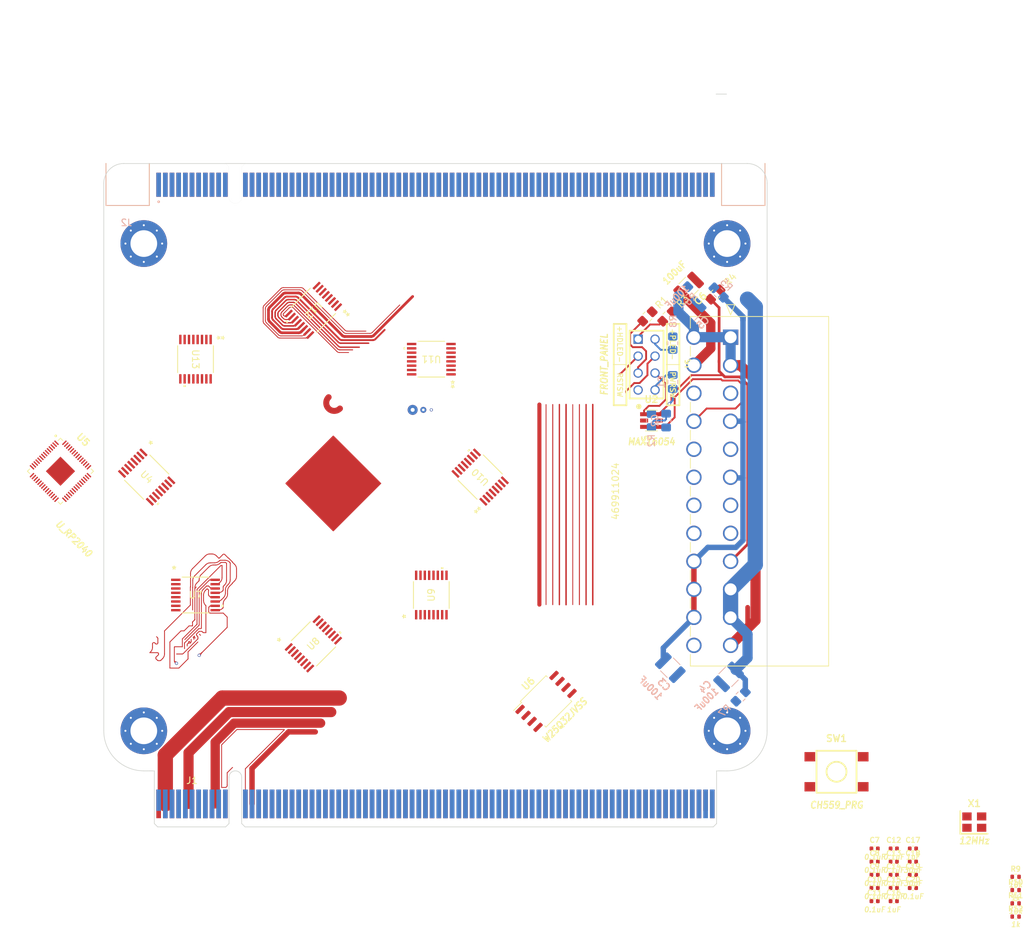
<source format=kicad_pcb>
(kicad_pcb (version 20240108) (generator "pcbnew") (generator_version "8.0")
  (layers (0 "F.Cu" signal) (31 "B.Cu" signal) (34 "B.Paste" user) (35 "F.Paste" user) (36 "B.SilkS" user "B.Silkscreen") (37 "F.SilkS" user "F.Silkscreen") (38 "B.Mask" user) (39 "F.Mask" user) (44 "Edge.Cuts" user))
  (net 0 "")
  (net 1 "/GATE")
  (net 2 "/CV")
  (net 3 "GND")
  (net 4 "+5V")
  (net 5 "+12V")
  (net 6 "-12V")
  (net 7 "+5VSB")
  (net 8 "/~{RST_SIG}")
  (net 9 "VCC")
  (net 10 "+3.3V")
  (net 12 "/~{PS_ON}")
  (net 14 "/HDD_LED-")
  (net 15 "/PWR_LED+")
  (net 16 "/HDD_LED+")
  (net 17 "/PWR_LED-")
  (net 18 "GNDA")
  (net 19 "-12VA")
  (net 20 "+12VA")
  (net 22 "/~{RST_SW}")
  (net 23 "/~{PWR_SW}")
  (net 24 "RP_3.3V")
  (net 25 "RP_1.1V")
  (net 26 "Net-(C18-Pad1)")
  (net 27 "Net-(U5-XIN)")
  (net 29 "Net-(U5-RUN)")
  (net 30 "Net-(U5-XOUT)")
  (net 31 "/QSPI_CS")
  (net 32 "/BOOTSEL")
  (net 33 "Net-(U4-S2)")
  (net 34 "Net-(U4-S5)")
  (net 36 "Net-(U4-S6)")
  (net 37 "unconnected-(U4-A0-Pad11)")
  (net 38 "Net-(U4-S0)")
  (net 39 "unconnected-(U4-A2-Pad9)")
  (net 40 "Net-(U4-S1)")
  (net 41 "Net-(U4-S4)")
  (net 43 "unconnected-(U4-A1-Pad10)")
  (net 44 "Net-(U4-S7)")
  (net 45 "Net-(U4-S3)")
  (net 46 "/QSPI_SD0")
  (net 53 "/RP_TX")
  (net 54 "/RP_RX")
  (net 55 "/QSPI_SD1")
  (net 56 "/QSPI_SCK")
  (net 57 "/QSPI_SD2")
  (net 59 "/QSPI_SD3")
  (footprint "llama_shared:X_SMD3225" (layer "F.Cu") (at 269.005 139)
    (property "Reference" "X1")
    (property "Value" "12MHz")
  )
  (footprint "Resistor_SMD:R_0805_2012Metric_Pad1.20x1.40mm_HandSolder" (layer "F.Cu") (at 223.005 63.2 -135)
    (property "Reference" "R3")
    (property "Value" "330")
  )
  (footprint "AT-Footprints:TSSOP16_PW_TEX" (layer "F.Cu") (at 152.24966 104.95534)
    (property "Reference" "U7")
    (property "Value" "TMUX4051PWR")
  )
  (footprint "llama_shared:H_ATX_PERF" (layer "F.Cu") (at 144.499713 52.267213)
    (property "Reference" "H5" (hide yes))
    (property "Value" "H_HOLE" (hide yes))
  )
  (footprint "AT-Footprints:TSSOP16_PW_TEX" (layer "F.Cu") (at 187.605 104.95534 90)
    (property "Reference" "U9")
    (property "Value" "TMUX4051PWR")
  )
  (footprint "llama_shared:C_0402_1005Metric" (layer "F.Cu") (at 256.935 148.88)
    (property "Reference" "C15")
    (property "Value" "0.1uF")
  )
  (footprint "llama_shared:U_QFN40P700X700X90-57N" (layer "F.Cu") (at 132.005 86.4 -45)
    (property "Reference" "U5")
    (property "Value" "U_RP2040")
  )
  (footprint "llama_shared:R_0402_1005Metric" (layer "F.Cu") (at 275.205 153.17)
    (property "Reference" "R12")
    (property "Value" "1k")
  )
  (footprint "llama_shared:C_0402_1005Metric" (layer "F.Cu") (at 254.065 150.85)
    (property "Reference" "C11")
    (property "Value" "0.1uF")
  )
  (footprint "llama_shared:H_ATX_PERF" (layer "F.Cu") (at 231.949713 52.267213)
    (property "Reference" "H6" (hide yes))
    (property "Value" "H_HOLE" (hide yes))
  )
  (footprint "llama_shared:H_ATX_PERF" (layer "F.Cu") (at 231.949713 125.317213)
    (property "Reference" "H8" (hide yes))
    (property "Value" "H_HOLE" (hide yes))
  )
  (footprint "AT-Footprints:TSSOP16_PW_TEX" (layer "F.Cu") (at 144.92733 87.27767 -45)
    (property "Reference" "U4")
    (property "Value" "TMUX4051PWR")
  )
  (footprint "llama_shared:C_1210_3225Metric" (layer "F.Cu") (at 226.179517 58.767983 -135)
    (property "Reference" "C6")
    (property "Value" "100uF")
  )
  (footprint "llama_shared:C_0402_1005Metric" (layer "F.Cu") (at 256.935 144.94)
    (property "Reference" "C13")
    (property "Value" "0.1uF")
  )
  (footprint "Resistor_SMD:R_0805_2012Metric_Pad1.20x1.40mm_HandSolder" (layer "F.Cu") (at 220.005 63.2 -135)
    (property "Reference" "R1")
    (property "Value" "10k")
  )
  (footprint "llama_shared:SW_B3FS-1010" (layer "F.Cu") (at 248.35 131.452)
    (property "Reference" "SW1")
    (property "Value" "CH559_PRG")
  )
  (footprint "llama_shared:R_0402_1005Metric" (layer "F.Cu") (at 275.205 147.2)
    (property "Reference" "R9")
    (property "Value" "10k")
  )
  (footprint "llama_shared:P_CONN_PANEL" (layer "F.Cu") (at 219.875 70.41 -90)
    (property "Reference" "J6")
    (property "Value" "FRONT_PANEL")
  )
  (footprint "llama_shared:U_SOIC-8_5.23x5.23mm_P1.27mm" (layer "F.Cu") (at 204.799597 120.903428 45)
    (property "Reference" "U6")
    (property "Value" "W25Q32JVSS")
  )
  (footprint "llama_shared:C_0402_1005Metric" (layer "F.Cu") (at 254.065 148.88)
    (property "Reference" "C10")
    (property "Value" "0.1uF")
  )
  (footprint "llama_shared:C_0402_1005Metric" (layer "F.Cu") (at 256.935 142.97)
    (property "Reference" "C12")
    (property "Value" "0.1uF")
  )
  (footprint "Resistor_SMD:R_0805_2012Metric_Pad1.20x1.40mm_HandSolder" (layer "F.Cu") (at 230.179607 59.9 45)
    (property "Reference" "R4")
    (property "Value" "470")
  )
  (footprint "llama_shared:C_0402_1005Metric" (layer "F.Cu") (at 259.805 146.91)
    (property "Reference" "C19")
    (property "Value" "30pF")
  )
  (footprint "llama_shared:C_0402_1005Metric" (layer "F.Cu") (at 254.065 144.94)
    (property "Reference" "C8")
    (property "Value" "0.1uF")
  )
  (footprint "llama_shared:C_0402_1005Metric" (layer "F.Cu") (at 259.805 148.88)
    (property "Reference" "C20")
    (property "Value" "0.1uF")
  )
  (footprint "AT-Footprints:TSSOP16_PW_TEX" (layer "F.Cu") (at 194.92733 87.27767 135)
    (property "Reference" "U10")
    (property "Value" "TMUX4051PWR")
  )
  (footprint "llama_shared:C_0402_1005Metric" (layer "F.Cu") (at 256.935 146.91)
    (property "Reference" "C14")
    (property "Value" "0.1uF")
  )
  (footprint "llama_shared:R_0402_1005Metric" (layer "F.Cu") (at 275.205 149.19)
    (property "Reference" "R10")
    (property "Value" "1k")
  )
  (footprint "llama_shared:R_0402_1005Metric" (layer "F.Cu") (at 275.205 151.18)
    (property "Reference" "R11")
    (property "Value" "10k")
  )
  (footprint "AT-Footprints:TSSOP16_PW_TEX" (layer "F.Cu") (at 169.92733 62.27767 -135)
    (property "Reference" "U12")
    (property "Value" "TMUX4051PWR")
  )
  (footprint "ATX:ATX_24_RIGHT_ANGLE_MOLEX_469911024" (layer "F.Cu") (at 232.4725 66.304002 90)
    (property "Reference" "J5")
    (property "Value" "ATX_POWER")
  )
  (footprint "llama_shared:C_0402_1005Metric" (layer "F.Cu") (at 254.065 142.97)
    (property "Reference" "C7")
    (property "Value" "0.1uF")
  )
  (footprint "AT-Footprints:TSSOP16_PW_TEX" (layer "F.Cu") (at 187.605 69.6 180)
    (property "Reference" "U11")
    (property "Value" "TMUX4051PWR")
  )
  (footprint "AT-Footprints:TSSOP16_PW_TEX" (layer "F.Cu") (at 169.92733 112.27767 45)
    (property "Reference" "U8")
    (property "Value" "TMUX4051PWR")
  )
  (footprint "AT-Footprints:TSSOP16_PW_TEX" (layer "F.Cu") (at 152.24966 69.6 -90)
    (property "Reference" "U13")
    (property "Value" "TMUX4051PWR")
  )
  (footprint "llama_shared:U_TSOT-23-6" (layer "F.Cu") (at 220.605 78.8)
    (property "Reference" "U2")
    (property "Value" "MAX16054")
  )
  (footprint "AT-Footprints:BUS_EUROexpress" (layer "F.Cu") (at 146.724713 136.267213)
    (property "Reference" "J1")
    (property "Value" "EURO_EXPRESS")
    (fp_line (start -0.65 -4.95) (end -0.65 2.95) (stroke (width 0.1)) (layer "Edge.Cuts"))
    (fp_line (start -0.65 2.95) (end -0.15 3.45) (stroke (width 0.1)) (layer "Edge.Cuts"))
    (fp_line (start -0.15 3.45) (end 10.05 3.45) (stroke (width 0.1)) (layer "Edge.Cuts"))
    (fp_line (start 10.55 -4) (end 10.55 2.95) (stroke (width 0.1)) (layer "Edge.Cuts"))
    (fp_line (start 10.55 2.95) (end 10.05 3.45) (stroke (width 0.1)) (layer "Edge.Cuts"))
    (fp_line (start 12.45 -4) (end 12.45 2.95) (stroke (width 0.1)) (layer "Edge.Cuts"))
    (fp_line (start 12.45 2.95) (end 12.95 3.45) (stroke (width 0.1)) (layer "Edge.Cuts"))
    (fp_line (start 12.95 3.45) (end 83.15 3.45) (stroke (width 0.1)) (layer "Edge.Cuts"))
    (fp_line (start 83.65 -4.95) (end 83.65 2.95) (stroke (width 0.1)) (layer "Edge.Cuts"))
    (fp_line (start 83.65 2.95) (end 83.15 3.45) (stroke (width 0.1)) (layer "Edge.Cuts"))
    (fp_arc (start 10.55 -4) (mid 11.5 -4.95) (end 12.45 -4) (stroke (width 0.1)) (layer "Edge.Cuts"))
  )
  (footprint "llama_shared:C_0402_1005Metric" (layer "F.Cu") (at 259.805 142.97)
    (property "Reference" "C17")
    (property "Value" "1uF")
  )
  (footprint "llama_shared:C_0402_1005Metric" (layer "F.Cu") (at 259.805 144.94)
    (property "Reference" "C18")
    (property "Value" "30pF")
  )
  (footprint "llama_shared:H_ATX_PERF" (layer "F.Cu") (at 144.499713 125.317213 45)
    (property "Reference" "H7" (hide yes))
    (property "Value" "H_HOLE" (hide yes))
  )
  (footprint "llama_shared:C_0402_1005Metric" (layer "F.Cu") (at 256.935 150.85)
    (property "Reference" "C16")
    (property "Value" "1uF")
  )
  (footprint "llama_shared:C_0402_1005Metric" (layer "F.Cu") (at 254.065 146.91)
    (property "Reference" "C9")
    (property "Value" "0.1uF")
  )
  (footprint "llama_shared:C_1210_3225Metric" (layer "B.Cu") (at 223.429517 115.857017 -45)
    (property "Reference" "C3")
    (property "Value" "100uF")
  )
  (footprint "Resistor_SMD:R_0805_2012Metric_Pad1.20x1.40mm_HandSolder" (layer "B.Cu") (at 230.679607 59.607107 135)
    (property "Reference" "R5")
    (property "Value" "470")
  )
  (footprint "llama_shared:C_1210_3225Metric" (layer "B.Cu") (at 226.5625 62.37 45)
    (property "Reference" "C5")
    (property "Value" "100uF")
  )
  (footprint "AT-Footprints:AMPHENOL_10025026-10103TLF" (layer "B.Cu") (at 188.225 40.25)
    (property "Reference" "J2")
    (property "Value" "10025026-10103TLF")
    (fp_line (start -31.475 0) (end -28.525 0) (stroke (width 0.01)) (layer "Edge.Cuts"))
    (fp_line (start -30.975 0.5) (end -31.475 0) (stroke (width 0.01)) (layer "Edge.Cuts"))
    (fp_line (start -30.975 5.025) (end -30.975 0.5) (stroke (width 0.01)) (layer "Edge.Cuts"))
    (fp_line (start -29.025 0.5) (end -29.025 5.025) (stroke (width 0.01)) (layer "Edge.Cuts"))
    (fp_line (start -28.525 0) (end -29.025 0.5) (stroke (width 0.01)) (layer "Edge.Cuts"))
    (fp_arc (start -30 6) (mid -30.689429 5.714429) (end -30.975 5.025) (stroke (width 0.01)) (layer "Edge.Cuts"))
    (fp_arc (start -29.025 5.025) (mid -29.310571 5.714429) (end -30 6) (stroke (width 0.01)) (layer "Edge.Cuts"))
  )
  (footprint "Capacitor_SMD:C_0805_2012Metric_Pad1.18x1.45mm_HandSolder" (layer "B.Cu") (at 223.805 73 -90)
    (property "Reference" "C1")
    (property "Value" "0.1uF")
  )
  (footprint "Resistor_SMD:R_0805_2012Metric_Pad1.20x1.40mm_HandSolder" (layer "B.Cu") (at 225.3525 59.43 45)
    (property "Reference" "R6")
    (property "Value" "470")
  )
  (footprint "Resistor_SMD:R_0805_2012Metric_Pad1.20x1.40mm_HandSolder" (layer "B.Cu") (at 220.605 78.8 90)
    (property "Reference" "R2")
    (property "Value" "470")
  )
  (footprint "llama_shared:C_1210_3225Metric" (layer "B.Cu") (at 232.165393 117.225615 -135)
    (property "Reference" "C4")
    (property "Value" "100uF")
  )
  (footprint "Resistor_SMD:R_0805_2012Metric_Pad1.20x1.40mm_HandSolder" (layer "B.Cu") (at 233.9725 120.171491 -135)
    (property "Reference" "R7")
    (property "Value" "470")
  )
  (footprint "Resistor_SMD:R_0805_2012Metric_Pad1.20x1.40mm_HandSolder" (layer "B.Cu") (at 223.805 67.2 -90)
    (property "Reference" "R8")
    (property "Value" "330")
  )
  (footprint "Capacitor_SMD:C_0805_2012Metric_Pad1.18x1.45mm_HandSolder" (layer "B.Cu") (at 222.805 78.8 -90)
    (property "Reference" "C2")
    (property "Value" "10uF")
  )
  (gr_poly (pts (xy 165.833932 88.228932) (xy 172.905 81.157864) (xy 179.976068 88.228932) (xy 172.905 95.3)) (stroke (width 0.2)) (fill solid) (layer "F.Cu"))
  (gr_arc (start 173.902058 77) (mid 172.204999 77.000001) (end 172.204998 75.302943) (stroke (width 0.9)) (layer "F.Cu"))
  (gr_arc (start 237.94992 125.317212) (mid 236.1925 129.56) (end 231.949712 131.31742) (stroke (width 0.1)) (layer "Edge.Cuts"))
  (gr_arc (start 144.499714 131.31742) (mid 140.256926 129.56) (end 138.499506 125.317212) (stroke (width 0.1)) (layer "Edge.Cuts"))
  (gr_line (start 146.074713 131.317213) (end 144.499714 131.31742) (stroke (width 0.1)) (layer "Edge.Cuts"))
  (gr_line (start 138.499506 125.317212) (end 138.499311 43.250213) (stroke (width 0.1)) (layer "Edge.Cuts"))
  (gr_line (start 230.2925 29.86) (end 231.867499 29.86022) (stroke (width 0.1)) (layer "Edge.Cuts"))
  (gr_arc (start 234.966545 40.266811) (mid 237.076129 41.140629) (end 237.949947 43.250213) (stroke (width 0.1)) (layer "Edge.Cuts"))
  (gr_line (start 230.374713 131.317213) (end 231.949712 131.317433) (stroke (width 0.1)) (layer "Edge.Cuts"))
  (gr_arc (start 138.499311 43.250213) (mid 139.373129 41.140629) (end 141.482713 40.266811) (stroke (width 0.1)) (layer "Edge.Cuts"))
  (gr_line (start 141.482713 40.266811) (end 234.966545 40.266811) (stroke (width 0.1)) (layer "Edge.Cuts"))
  (gr_line (start 237.949947 43.250213) (end 237.94992 125.317212) (stroke (width 0.1)) (layer "Edge.Cuts"))
  (segment (start 159.724713 136.267213) (end 159.724713 131.003305) (width 0.127) (layer "F.Cu") (net 0))
  (segment (start 209.805 76.4) (end 209.805 106.4) (width 0.1524) (layer "F.Cu") (net 0))
  (segment (start 165.566509 125.161509) (end 165.5325 125.1275) (width 0.127) (layer "F.Cu") (net 0))
  (segment (start 203.805 106.4) (end 203.805 76.4) (width 0.6096) (layer "F.Cu") (net 0))
  (segment (start 152.078 111.127) (end 152.078 111.190157) (width 0.127) (layer "F.Cu") (net 0))
  (segment (start 156.167 133.8) (end 156.805 133.8) (width 0.127) (layer "F.Cu") (net 0))
  (segment (start 151.405 112.2) (end 151.546422 112.058578) (width 0.127) (layer "F.Cu") (net 0))
  (segment (start 204.805 106.4) (end 204.805 76.4) (width 0.127) (layer "F.Cu") (net 0))
  (segment (start 151.205 112.2) (end 151.205 112.082843) (width 0.127) (layer "F.Cu") (net 0))
  (segment (start 211.805 106.4) (end 211.805 76.4) (width 0.2286) (layer "F.Cu") (net 0))
  (segment (start 205.805 76.4) (end 205.805 106.4) (width 0.1524) (layer "F.Cu") (net 0))
  (segment (start 151.405 112.082843) (end 151.405 112.2) (width 0.127) (layer "F.Cu") (net 0))
  (segment (start 157.005 133.6) (end 157.005 133.4) (width 0.127) (layer "F.Cu") (net 0))
  (segment (start 153.005 111) (end 152.836224 110.831224) (width 0.127) (layer "F.Cu") (net 0))
  (segment (start 165.5325 125.1275) (end 158.605 125.1275) (width 0.127) (layer "F.Cu") (net 0))
  (segment (start 158.453471 125.1275) (end 156.292985 127.287986) (width 0.127) (layer "F.Cu") (net 0))
  (segment (start 156.292985 127.287986) (end 156.167 127.413971) (width 0.127) (layer "F.Cu") (net 0))
  (segment (start 151.905 111.3) (end 152.078 111.127) (width 0.127) (layer "F.Cu") (net 0))
  (segment (start 151.263579 111.941421) (end 151.305 111.9) (width 0.127) (layer "F.Cu") (net 0))
  (segment (start 160.766509 129.961509) (end 165.566509 125.161509) (width 0.127) (layer "F.Cu") (net 0))
  (segment (start 210.805 76.4) (end 210.805 106.4) (width 0.2032) (layer "F.Cu") (net 0))
  (segment (start 151.005 112.6) (end 151.005 112.4) (width 0.127) (layer "F.Cu") (net 0))
  (segment (start 206.805 76.4) (end 206.805 106.4) (width 0.2032) (layer "F.Cu") (net 0))
  (segment (start 151.605 111.6) (end 151.605 111.917157) (width 0.127) (layer "F.Cu") (net 0))
  (segment (start 157.005 131.6) (end 157.805 130.8) (width 0.127) (layer "F.Cu") (net 0))
  (segment (start 156.167 127.413971) (end 156.167 133.8) (width 0.127) (layer "F.Cu") (net 0))
  (segment (start 152.136579 111.331579) (end 152.205 111.4) (width 0.127) (layer "F.Cu") (net 0))
  (segment (start 156.805 133.8) (end 157.005 133.6) (width 0.127) (layer "F.Cu") (net 0))
  (segment (start 151.946421 111.341421) (end 151.905 111.3) (width 0.127) (layer "F.Cu") (net 0))
  (segment (start 151.305 111.9) (end 151.346422 111.941422) (width 0.127) (layer "F.Cu") (net 0))
  (segment (start 207.805 106.4) (end 207.805 76.4) (width 0.2286) (layer "F.Cu") (net 0))
  (segment (start 159.724713 131.003305) (end 160.766509 129.961509) (width 0.127) (layer "F.Cu") (net 0))
  (segment (start 151.205 112.2) (end 151.205 112.2) (width 0.127) (layer "F.Cu") (net 0))
  (segment (start 152.005 111.6) (end 152.005 111.482843) (width 0.127) (layer "F.Cu") (net 0))
  (segment (start 158.605 125.1275) (end 158.453471 125.1275) (width 0.127) (layer "F.Cu") (net 0))
  (segment (start 157.005 133.4) (end 157.005 131.6) (width 0.127) (layer "F.Cu") (net 0))
  (segment (start 208.805 106.4) (end 208.805 76.4) (width 0.127) (layer "F.Cu") (net 0))
  (via (at 187.605 77.2) (size 0.46) (drill 0.3) (layers "F.Cu" "B.Cu") (net 0))
  (via (at 184.805 77.2) (size 1.5) (drill 0.6) (layers "F.Cu" "B.Cu") (net 0))
  (via (at 186.405 77.2) (size 0.9) (drill 0.4) (layers "F.Cu" "B.Cu") (net 0))
  (arc (start 151.346422 111.941422) (mid 151.389776 112.006307) (end 151.405 112.082843) (width 0.127) (layer "F.Cu") (net 0))
  (arc (start 152.078 111.190157) (mid 152.093224 111.266694) (end 152.136579 111.331579) (width 0.127) (layer "F.Cu") (net 0))
  (arc (start 151.005 112.4) (mid 151.063579 112.258579) (end 151.205 112.2) (width 0.127) (layer "F.Cu") (net 0))
  (arc (start 152.005 111.482843) (mid 151.989776 111.406306) (end 151.946421 111.341421) (width 0.127) (layer "F.Cu") (net 0))
  (arc (start 151.263579 111.941421) (mid 151.220224 112.006306) (end 151.205 112.082843) (width 0.127) (layer "F.Cu") (net 0))
  (arc (start 151.546422 112.058578) (mid 151.589776 111.993693) (end 151.605 111.917157) (width 0.127) (layer "F.Cu") (net 0))
  (segment (start 166.205 125.4704) (end 170.205 125.4704) (width 0.8128) (layer "F.Cu") (net 3))
  (segment (start 160.724713 136.267213) (end 160.724713 130.950687) (width 0.8128) (layer "F.Cu") (net 3))
  (segment (start 160.724713 130.950687) (end 166.205 125.4704) (width 0.8128) (layer "F.Cu") (net 3))
  (segment (start 221.145 73.66) (end 221.145 74.22) (width 0.2794) (layer "B.Cu") (net 3))
  (segment (start 223.805 71.9625) (end 222.8425 71.9625) (width 0.2794) (layer "B.Cu") (net 3))
  (segment (start 222.8425 71.9625) (end 221.145 73.66) (width 0.2794) (layer "B.Cu") (net 3))
  (segment (start 155.205 136.267213) (end 155.205 127.015497) (width 1.397) (layer "F.Cu") (net 4))
  (segment (start 158.054997 124.1655) (end 171.005 124.1655) (width 1.397) (layer "F.Cu") (net 4))
  (segment (start 155.205 127.015497) (end 158.054997 124.1655) (width 1.397) (layer "F.Cu") (net 4))
  (segment (start 151.205 136.267213) (end 151.205 128.6) (width 1.524) (layer "F.Cu") (net 5))
  (segment (start 151.205 128.6) (end 157.3 122.505) (width 1.524) (layer "F.Cu") (net 5))
  (segment (start 150.724713 131.980287) (end 150.805 131.9) (width 0.127) (layer "F.Cu") (net 5))
  (segment (start 157.3 122.505) (end 172.605 122.505) (width 1.524) (layer "F.Cu") (net 5))
  (segment (start 234.679607 117.653863) (end 232.697235 115.671491) (width 0.8128) (layer "B.Cu") (net 5))
  (segment (start 232.697235 115.671491) (end 232.515483 115.671491) (width 0.8128) (layer "B.Cu") (net 5))
  (segment (start 232.4725 108.303992) (end 232.4725 104.103992) (width 2.286) (layer "B.Cu") (net 5))
  (segment (start 234.679607 119.464384) (end 234.679607 117.653863) (width 0.8128) (layer "B.Cu") (net 5))
  (segment (start 233.208376 116.182632) (end 235.015483 114.375525) (width 1.524) (layer "B.Cu") (net 5))
  (segment (start 235.015483 114.375525) (end 235.015483 110.846975) (width 1.524) (layer "B.Cu") (net 5))
  (segment (start 236.1725 100.403992) (end 236.1725 61.7675) (width 2.286) (layer "B.Cu") (net 5))
  (segment (start 232.4725 104.103992) (end 236.1725 100.403992) (width 2.286) (layer "B.Cu") (net 5))
  (segment (start 235.015483 110.846975) (end 232.4725 108.303992) (width 1.524) (layer "B.Cu") (net 5))
  (segment (start 236.1725 61.7675) (end 235.005 60.6) (width 2.286) (layer "B.Cu") (net 5))
  (segment (start 156.265963 120.4) (end 173.805 120.4) (width 2.286) (layer "F.Cu") (net 6))
  (segment (start 147.724713 128.94125) (end 156.265963 120.4) (width 2.286) (layer "F.Cu") (net 6))
  (segment (start 147.724713 136.267213) (end 147.724713 128.94125) (width 2.286) (layer "F.Cu") (net 6))
  (segment (start 225.136534 59.810966) (end 229.4975 64.171932) (width 1.397) (layer "F.Cu") (net 6))
  (segment (start 229.4975 64.171932) (end 229.4975 67.979002) (width 1.397) (layer "F.Cu") (net 6))
  (segment (start 229.4975 67.979002) (end 226.972501 70.504001) (width 1.397) (layer "F.Cu") (net 6))
  (segment (start 231.605 72.2571) (end 231.3479 72) (width 0.2794) (layer "F.Cu") (net 7))
  (segment (start 235.0398 97.336696) (end 232.4725 99.903996) (width 0.4064) (layer "F.Cu") (net 7))
  (segment (start 229.4725 60.607107) (end 230.7516 61.886207) (width 0.4064) (layer "F.Cu") (net 7))
  (segment (start 223.28 76.275) (end 221.705 77.85) (width 0.2794) (layer "F.Cu") (net 7))
  (segment (start 230.7516 61.886207) (end 230.7516 70.078007) (width 0.4064) (layer "F.Cu") (net 7))
  (segment (start 231.605 72.2571) (end 230.7516 71.4037) (width 0.4064) (layer "F.Cu") (net 7))
  (segment (start 231.3479 72) (end 226.605 72) (width 0.2794) (layer "F.Cu") (net 7))
  (segment (start 235.0398 73.4348) (end 235.0398 97.336696) (width 0.4064) (layer "F.Cu") (net 7))
  (segment (start 230.7516 71.4037) (end 230.7516 69.8) (width 0.4064) (layer "F.Cu") (net 7))
  (segment (start 232.4725 99.903996) (end 231.508996 99.903996) (width 0.4064) (layer "F.Cu") (net 7))
  (segment (start 223.605 75) (end 223.605 75.95) (width 0.2794) (layer "F.Cu") (net 7))
  (segment (start 231.605 72.2571) (end 233.8621 72.2571) (width 0.4064) (layer "F.Cu") (net 7))
  (segment (start 233.8621 72.2571) (end 235.0398 73.4348) (width 0.4064) (layer "F.Cu") (net 7))
  (segment (start 226.605 72) (end 223.605 75) (width 0.2794) (layer "F.Cu") (net 7))
  (segment (start 223.605 75.95) (end 223.28 76.275) (width 0.2794) (layer "F.Cu") (net 7))
  (via (at 223.28 76.275) (size 0.46) (drill 0.3) (layers "F.Cu" "B.Cu") (net 7))
  (segment (start 223.805 74.0375) (end 223.805 75.75) (width 0.2794) (layer "B.Cu") (net 7))
  (segment (start 223.33 76.275) (end 223.605 76) (width 0.2794) (layer "B.Cu") (net 7))
  (segment (start 223.28 76.275) (end 223.33 76.275) (width 0.2794) (layer "B.Cu") (net 7))
  (segment (start 223.805 75.75) (end 223.28 76.275) (width 0.2794) (layer "B.Cu") (net 7))
  (segment (start 222.805 78.6) (end 222.605 78.8) (width 0.2794) (layer "B.Cu") (net 8))
  (segment (start 220.605 79.2) (end 220.605 79.8) (width 0.2794) (layer "B.Cu") (net 8))
  (segment (start 221.005 78.8) (end 220.605 79.2) (width 0.2794) (layer "B.Cu") (net 8))
  (segment (start 222.805 77.7625) (end 222.805 78.6) (width 0.2794) (layer "B.Cu") (net 8))
  (segment (start 222.605 78.8) (end 221.005 78.8) (width 0.2794) (layer "B.Cu") (net 8))
  (segment (start 226.972501 108.303992) (end 226.972501 104.103992) (width 0.8128) (layer "F.Cu") (net 9))
  (segment (start 226.972501 99.903996) (end 227.175611 99.903996) (width 0.8128) (layer "F.Cu") (net 9))
  (segment (start 226.972501 104.103992) (end 226.972501 99.903996) (width 0.8128) (layer "F.Cu") (net 9))
  (segment (start 232.4725 78.904) (end 232.4765 78.9) (width 0.8128) (layer "B.Cu") (net 9))
  (segment (start 234.229607 78.9) (end 234.329607 79) (width 0.8128) (layer "B.Cu") (net 9))
  (segment (start 232.4765 78.9) (end 234.229607 78.9) (width 0.8128) (layer "B.Cu") (net 9))
  (segment (start 234.329607 63.257107) (end 233.53875 62.46625) (width 0.8128) (layer "B.Cu") (net 9))
  (segment (start 234.329607 63.8) (end 234.329607 63.257107) (width 0.8128) (layer "B.Cu") (net 9))
  (segment (start 233.257517 97.815997) (end 234.329607 96.743907) (width 0.8128) (layer "B.Cu") (net 9))
  (segment (start 232.568502 87.4) (end 234.329607 87.4) (width 0.8128) (layer "B.Cu") (net 9))
  (segment (start 222.386534 114.814034) (end 222.386534 112.889959) (width 0.8128) (layer "B.Cu") (net 9))
  (segment (start 234.329607 63.257107) (end 231.386714 60.314214) (width 0.8128) (layer "B.Cu") (net 9))
  (segment (start 229.0605 97.815997) (end 233.257517 97.815997) (width 0.8128) (layer "B.Cu") (net 9))
  (segment (start 234.329607 96.743907) (end 234.329607 79) (width 0.8128) (layer "B.Cu") (net 9))
  (segment (start 226.972501 99.903996) (end 229.0605 97.815997) (width 0.8128) (layer "B.Cu") (net 9))
  (segment (start 222.386534 112.889959) (end 226.972501 108.303992) (width 0.8128) (layer "B.Cu") (net 9))
  (segment (start 232.4725 87.303998) (end 232.568502 87.4) (width 0.8128) (layer "B.Cu") (net 9))
  (segment (start 234.329607 79) (end 234.329607 63.257107) (width 0.8128) (layer "B.Cu") (net 9))
  (segment (start 232.4725 112.503991) (end 235.029607 109.946884) (width 0.7112) (layer "F.Cu") (net 10))
  (segment (start 233.909001 70.504001) (end 236.205 72.8) (width 1.524) (layer "F.Cu") (net 10))
  (segment (start 236.205 108.771491) (end 232.4725 112.503991) (width 1.524) (layer "F.Cu") (net 10))
  (segment (start 232.4725 70.504001) (end 233.909001 70.504001) (width 1.524) (layer "F.Cu") (net 10))
  (segment (start 235.029607 109.946884) (end 235.029607 106.8) (width 0.7112) (layer "F.Cu") (net 10))
  (segment (start 236.205 72.8) (end 236.205 108.771491) (width 1.524) (layer "F.Cu") (net 10))
  (segment (start 224.645393 62.538859) (end 224.645393 60.137107) (width 1.524) (layer "B.Cu") (net 10))
  (segment (start 232.4725 70.504001) (end 232.4725 66.304002) (width 1.524) (layer "B.Cu") (net 10))
  (segment (start 225.519517 63.412983) (end 224.645393 62.538859) (width 1.524) (layer "B.Cu") (net 10))
  (segment (start 226.972501 64.865967) (end 225.519517 63.412983) (width 1.524) (layer "B.Cu") (net 10))
  (segment (start 226.972501 66.304002) (end 232.4725 66.304002) (width 1.524) (layer "B.Cu") (net 10))
  (segment (start 226.972501 66.304002) (end 226.972501 64.865967) (width 1.524) (layer "B.Cu") (net 10))
  (segment (start 226.805 72.6) (end 224.0844 75.3206) (width 0.2794) (layer "F.Cu") (net 12))
  (segment (start 224.0844 78.3206) (end 222.655 79.75) (width 0.2794) (layer "F.Cu") (net 12))
  (segment (start 233.605 72.8) (end 231.237223 72.8) (width 0.2794) (layer "F.Cu") (net 12))
  (segment (start 234.405 75.8) (end 234.405 73.6) (width 0.2794) (layer "F.Cu") (net 12))
  (segment (start 224.0844 75.3206) (end 224.0844 78.3206) (width 0.2794) (layer "F.Cu") (net 12))
  (segment (start 231.237223 72.8) (end 231.037223 72.6) (width 0.2794) (layer "F.Cu") (net 12))
  (segment (start 228.876501 77) (end 233.205 77) (width 0.2794) (layer "F.Cu") (net 12))
  (segment (start 231.037223 72.6) (end 226.805 72.6) (width 0.2794) (layer "F.Cu") (net 12))
  (segment (start 234.405 73.6) (end 233.605 72.8) (width 0.2794) (layer "F.Cu") (net 12))
  (segment (start 226.972501 78.904) (end 228.876501 77) (width 0.2794) (layer "F.Cu") (net 12))
  (segment (start 222.655 79.75) (end 221.705 79.75) (width 0.2794) (layer "F.Cu") (net 12))
  (segment (start 233.205 77) (end 234.405 75.8) (width 0.2794) (layer "F.Cu") (net 12))
  (segment (start 215.945 71.8) (end 215.805 71.8) (width 0.2794) (layer "F.Cu") (net 14))
  (segment (start 218.605 69.14) (end 215.945 71.8) (width 0.2794) (layer "F.Cu") (net 14))
  (segment (start 221.145 66.6) (end 221.145 67.34) (width 0.2794) (layer "B.Cu") (net 15))
  (segment (start 221.145 67.34) (end 222.005 68.2) (width 0.2794) (layer "B.Cu") (net 15))
  (segment (start 222.005 68.2) (end 223.805 68.2) (width 0.2794) (layer "B.Cu") (net 15))
  (segment (start 222.297893 63.907107) (end 221.805 64.4) (width 0.2794) (layer "F.Cu") (net 16))
  (segment (start 221.805 64.4) (end 220.405 64.4) (width 0.2794) (layer "F.Cu") (net 16))
  (segment (start 218.605 66.2) (end 218.605 66.6) (width 0.2794) (layer "F.Cu") (net 16))
  (segment (start 220.405 64.4) (end 218.605 66.2) (width 0.2794) (layer "F.Cu") (net 16))
  (segment (start 218.8232 73.1818) (end 218.0232 73.1818) (width 0.2794) (layer "F.Cu") (net 17))
  (segment (start 220.005 72) (end 218.8232 73.1818) (width 0.2794) (layer "F.Cu") (net 17))
  (segment (start 218.0232 73.1818) (end 216.805 74.4) (width 0.2794) (layer "F.Cu") (net 17))
  (segment (start 220.005 70.28) (end 220.005 72) (width 0.2794) (layer "F.Cu") (net 17))
  (segment (start 216.805 74.4) (end 216.805 74.6) (width 0.2794) (layer "F.Cu") (net 17))
  (segment (start 221.145 69.14) (end 220.005 70.28) (width 0.2794) (layer "F.Cu") (net 17))
  (segment (start 175.012107 65.4) (end 177.805 65.4) (width 0.127) (layer "F.Cu") (net 20))
  (segment (start 169.448054 65.974213) (end 169.13251 66.289757) (width 0.127) (layer "F.Cu") (net 20))
  (segment (start 168.778957 66.436203) (end 164.913148 66.436203) (width 0.127) (layer "F.Cu") (net 20))
  (segment (start 152.805 104.245949) (end 152.805 109.433683) (width 0.127) (layer "F.Cu") (net 20))
  (segment (start 164.559594 66.289756) (end 162.544946 64.275108) (width 0.127) (layer "F.Cu") (net 20))
  (segment (start 168.427447 59.022447) (end 174.658554 65.253554) (width 0.127) (layer "F.Cu") (net 20))
  (segment (start 162.3985 63.921555) (end 162.3985 61.878445) (width 0.127) (layer "F.Cu") (net 20))
  (segment (start 162.544947 61.524891) (end 165.047392 59.022446) (width 0.127) (layer "F.Cu") (net 20))
  (segment (start 155.20241 102.680389) (end 154.411981 102.680389) (width 0.127) (layer "F.Cu") (net 20))
  (segment (start 165.400945 58.876) (end 168.073893 58.876) (width 0.127) (layer "F.Cu") (net 20))
  (segment (start 152.77571 109.504394) (end 150.642552 111.637552) (width 0.127) (layer "F.Cu") (net 20))
  (segment (start 154.34127 102.709679) (end 152.805 104.245949) (width 0.127) (layer "F.Cu") (net 20))
  (arc (start 164.559594 66.289756) (mid 164.721806 66.398143) (end 164.913148 66.436203) (width 0.127) (layer "F.Cu") (net 20))
  (arc (start 162.3985 63.921555) (mid 162.43656 64.112896) (end 162.544946 64.275108) (width 0.127) (layer "F.Cu") (net 20))
  (arc (start 168.427447 59.022447) (mid 168.265235 58.91406) (end 168.073893 58.876) (width 0.127) (layer "F.Cu") (net 20))
  (arc (start 165.400945 58.876) (mid 165.209604 58.91406) (end 165.047392 59.022446) (width 0.127) (layer "F.Cu") (net 20))
  (arc (start 175.012107 65.4) (mid 174.820766 65.36194) (end 174.658554 65.253554) (width 0.127) (layer "F.Cu") (net 20))
  (arc (start 154.34127 102.709679) (mid 154.373712 102.688001) (end 154.411981 102.680389) (width 0.127) (layer "F.Cu") (net 20))
  (arc (start 152.77571 109.504394) (mid 152.797388 109.471952) (end 152.805 109.433683) (width 0.127) (layer "F.Cu") (net 20))
  (arc (start 162.3985 61.878445) (mid 162.43656 61.687103) (end 162.544947 61.524891) (width 0.127) (layer "F.Cu") (net 20))
  (arc (start 169.13251 66.289757) (mid 168.970298 66.398143) (end 168.778957 66.436203) (width 0.127) (layer "F.Cu") (net 20))
  (segment (start 219.805 68.4) (end 219.805 69.6) (width 0.2794) (layer "F.Cu") (net 22))
  (segment (start 218.605 70.8) (end 218.605 71.68) (width 0.2794) (layer "F.Cu") (net 22))
  (segment (start 219.205 67.8) (end 219.805 68.4) (width 0.2794) (layer "F.Cu") (net 22))
  (segment (start 219.297893 63.907107) (end 217.405 65.8) (width 0.2794) (layer "F.Cu") (net 22))
  (segment (start 217.405 65.8) (end 217.405 67.4) (width 0.2794) (layer "F.Cu") (net 22))
  (segment (start 217.405 67.4) (end 217.805 67.8) (width 0.2794) (layer "F.Cu") (net 22))
  (segment (start 219.805 69.6) (end 218.605 70.8) (width 0.2794) (layer "F.Cu") (net 22))
  (segment (start 217.805 67.8) (end 219.205 67.8) (width 0.2794) (layer "F.Cu") (net 22))
  (segment (start 221.805 76.6) (end 220.205 76.6) (width 0.2794) (layer "F.Cu") (net 23))
  (segment (start 219.505 77.3) (end 219.505 77.85) (width 0.2794) (layer "F.Cu") (net 23))
  (segment (start 221.145 71.68) (end 222.805 73.34) (width 0.2794) (layer "F.Cu") (net 23))
  (segment (start 222.805 73.34) (end 222.805 75.6) (width 0.2794) (layer "F.Cu") (net 23))
  (segment (start 220.205 76.6) (end 219.505 77.3) (width 0.2794) (layer "F.Cu") (net 23))
  (segment (start 222.805 75.6) (end 221.805 76.6) (width 0.2794) (layer "F.Cu") (net 23))
  (segment (start 165.536393 59.203) (end 167.860907 59.203) (width 0.127) (layer "F.Cu") (net 33))
  (segment (start 152.477643 109.318054) (end 152.462463 109.35467) (width 0.127) (layer "F.Cu") (net 33))
  (segment (start 156.01014 100.578361) (end 152.478 104.110501) (width 0.127) (layer "F.Cu") (net 33))
  (segment (start 162.7255 63.786107) (end 162.7255 62.013894) (width 0.127) (layer "F.Cu") (net 33))
  (segment (start 168.988444 65.514603) (end 168.54029 65.962757) (width 0.127) (layer "F.Cu") (net 33))
  (segment (start 149.129226 112.710367) (end 149.078339 112.761254) (width 0.127) (layer "F.Cu") (net 33))
  (segment (start 156.233204 102.330375) (end 156.233204 100.519782) (width 0.127) (layer "F.Cu") (net 33))
  (segment (start 163.268644 61.263644) (end 164.631951 59.900335) (width 0.127) (layer "F.Cu") (net 33))
  (segment (start 155.20241 103.330375) (end 155.233204 103.330375) (width 0.127) (layer "F.Cu") (net 33))
  (segment (start 156.233204 100.519782) (end 156.151562 100.519782) (width 0.127) (layer "F.Cu") (net 33))
  (segment (start 150.278 111.539656) (end 150.278 112.710367) (width 0.127) (layer "F.Cu") (net 33))
  (segment (start 163.132288 61.4) (end 163.268644 61.263644) (width 0.127) (layer "F.Cu") (net 33))
  (segment (start 152.478 104.110501) (end 152.478 109.298235) (width 0.127) (layer "F.Cu") (net 33))
  (segment (start 152.478 109.298235) (end 152.477643 109.318054) (width 0.127) (layer "F.Cu") (net 33))
  (segment (start 152.462463 109.35467) (end 152.44871 109.368946) (width 0.127) (layer "F.Cu") (net 33))
  (segment (start 150.278 112.710367) (end 149.129226 112.710367) (width 0.127) (layer "F.Cu") (net 33))
  (segment (start 168.341401 59.476387) (end 174.451868 65.586854) (width 0.127) (layer "F.Cu") (net 33))
  (segment (start 174.805421 65.7333) (end 178.404579 65.7333) (width 0.127) (layer "F.Cu") (net 33))
  (segment (start 168.214461 59.349447) (end 168.3414 59.476387) (width 0.127) (layer "F.Cu") (net 33))
  (segment (start 164.695042 65.962756) (end 162.871946 64.13966) (width 0.127) (layer "F.Cu") (net 33))
  (segment (start 152.44871 109.368946) (end 150.278 111.539656) (width 0.127) (layer "F.Cu") (net 33))
  (segment (start 168.3414 59.476387) (end 168.341401 59.476387) (width 0.127) (layer "F.Cu") (net 33))
  (segment (start 178.758133 65.586853) (end 182.874993 61.469993) (width 0.127) (layer "F.Cu") (net 33))
  (segment (start 162.871947 61.66034) (end 163.132288 61.4) (width 0.127) (layer "F.Cu") (net 33))
  (segment (start 168.186737 66.109203) (end 165.048596 66.109203) (width 0.127) (layer "F.Cu") (net 33))
  (segment (start 149.078339 114.873339) (end 149.405 115.2) (width 0.127) (layer "F.Cu") (net 33))
  (segment (start 164.631951 59.900335) (end 165.18284 59.349446) (width 0.127) (layer "F.Cu") (net 33))
  (segment (start 149.078339 112.761254) (end 149.078339 114.873339) (width 0.127) (layer "F.Cu") (net 33))
  (via (at 149.405 115.2) (size 0.46) (drill 0.3) (layers "F.Cu" "B.Cu") (net 33))
  (arc (start 178.758133 65.586853) (mid 178.595921 65.69524) (end 178.404579 65.7333) (width 0.127) (layer "F.Cu") (net 33))
  (arc (start 162.7255 62.013894) (mid 162.76356 61.822552) (end 162.871947 61.66034) (width 0.127) (layer "F.Cu") (net 33))
  (arc (start 165.536393 59.203) (mid 165.345052 59.24106) (end 165.18284 59.349446) (width 0.127) (layer "F.Cu") (net 33))
  (arc (start 162.871946 64.13966) (mid 162.76356 63.977448) (end 162.7255 63.786107) (width 0.127) (layer "F.Cu") (net 33))
  (arc (start 156.233204 102.330375) (mid 155.940311 103.037482) (end 155.233204 103.330375) (width 0.127) (layer "F.Cu") (net 33))
  (arc (start 156.01014 100.578361) (mid 156.075025 100.535006) (end 156.151562 100.519782) (width 0.127) (layer "F.Cu") (net 33))
  (arc (start 174.451868 65.586854) (mid 174.61408 65.69524) (end 174.805421 65.7333) (width 0.127) (layer "F.Cu") (net 33))
  (arc (start 164.695042 65.962756) (mid 164.857254 66.071143) (end 165.048596 66.109203) (width 0.127) (layer "F.Cu") (net 33))
  (arc (start 168.54029 65.962757) (mid 168.378078 66.071143) (end 168.186737 66.109203) (width 0.127) (layer "F.Cu") (net 33))
  (arc (start 167.860907 59.203) (mid 168.052249 59.24106) (end 168.214461 59.349447) (width 0.127) (layer "F.Cu") (net 33))
  (segment (start 153.782804 100.422196) (end 152.127182 102.077818) (width 0.127) (layer "F.Cu") (net 37))
  (segment (start 156.732 104.658786) (end 156.732 104.21228) (width 0.127) (layer "F.Cu") (net 37))
  (segment (start 157.458875 102.656977) (end 157.458875 100.211986) (width 0.127) (layer "F.Cu") (net 37))
  (segment (start 155.20241 105.930319) (end 155.460467 105.930319) (width 0.127) (layer "F.Cu") (net 37))
  (segment (start 157.024893 103.505173) (end 157.165982 103.364084) (width 0.127) (layer "F.Cu") (net 37))
  (segment (start 165.386139 63.995837) (end 164.751446 63.361144) (width 0.2032) (layer "F.Cu") (net 37))
  (segment (start 164.605 63.007591) (end 164.605 62.792409) (width 0.2032) (layer "F.Cu") (net 37))
  (segment (start 157.400296 100.070564) (end 157.36875 100.039018) (width 0.127) (layer "F.Cu") (net 37))
  (segment (start 155.858901 99.804704) (end 155.827195 99.83641) (width 0.127) (layer "F.Cu") (net 37))
  (segment (start 167.150006 63.676165) (end 166.830333 63.995838) (width 0.2032) (layer "F.Cu") (net 37))
  (segment (start 167.248645 61.228947) (end 173.673252 67.653554) (width 0.2032) (layer "F.Cu") (net 37))
  (segment (start 166.314909 61.0825) (end 166.895091 61.0825) (width 0.2032) (layer "F.Cu") (net 37))
  (segment (start 156.661643 99.746125) (end 156.000323 99.746125) (width 0.127) (layer "F.Cu") (net 37))
  (segment (start 156.167574 105.637426) (end 156.439107 105.365893) (width 0.127) (layer "F.Cu") (net 37))
  (segment (start 166.47678 64.142284) (end 165.739693 64.142284) (width 0.2032) (layer "F.Cu") (net 37))
  (segment (start 174.026805 67.8) (end 176.805 67.8) (width 0.2032) (layer "F.Cu") (net 37))
  (segment (start 151.834289 102.784925) (end 151.834289 103.829316) (width 0.127) (layer "F.Cu") (net 37))
  (segment (start 151.824 103.839605) (end 151.824 107.2) (width 0.127) (layer "F.Cu") (net 37))
  (segment (start 155.120088 100.129303) (end 154.489911 100.129303) (width 0.127) (layer "F.Cu") (net 37))
  (segment (start 164.751447 62.438855) (end 165.961356 61.228946) (width 0.2032) (layer "F.Cu") (net 37))
  (segment (start 151.834289 103.829316) (end 151.824 103.839605) (width 0.127) (layer "F.Cu") (net 37))
  (arc (start 157.024893 103.505173) (mid 156.80812 103.829596) (end 156.732 104.21228) (width 0.127) (layer "F.Cu") (net 37))
  (arc (start 155.120088 100.129303) (mid 155.502771 100.053183) (end 155.827195 99.83641) (width 0.127) (layer "F.Cu") (net 37))
  (arc (start 166.314909 61.0825) (mid 166.123568 61.12056) (end 165.961356 61.228946) (width 0.2032) (layer "F.Cu") (net 37))
  (arc (start 164.605 62.792409) (mid 164.64306 62.601067) (end 164.751447 62.438855) (width 0.2032) (layer "F.Cu") (net 37))
  (arc (start 165.739693 64.142284) (mid 165.548351 64.104224) (end 165.386139 63.995837) (width 0.2032) (layer "F.Cu") (net 37))
  (arc (start 164.605 63.007591) (mid 164.64306 63.198932) (end 164.751446 63.361144) (width 0.2032) (layer "F.Cu") (net 37))
  (arc (start 174.026805 67.8) (mid 173.835464 67.76194) (end 173.673252 67.653554) (width 0.2032) (layer "F.Cu") (net 37))
  (arc (start 157.400296 100.070564) (mid 157.443651 100.135449) (end 157.458875 100.211986) (width 0.127) (layer "F.Cu") (net 37))
  (arc (start 151.834289 102.784925) (mid 151.910409 102.402242) (end 152.127182 102.077818) (width 0.127) (layer "F.Cu") (net 37))
  (arc (start 166.830333 63.995838) (mid 166.668121 64.104224) (end 166.47678 64.142284) (width 0.2032) (layer "F.Cu") (net 37))
  (arc (start 156.661643 99.746125) (mid 157.044326 99.822245) (end 157.36875 100.039018) (width 0.127) (layer "F.Cu") (net 37))
  (arc (start 167.248645 61.228947) (mid 167.086433 61.12056) (end 166.895091 61.0825) (width 0.2032) (layer "F.Cu") (net 37))
  (arc (start 154.489911 100.129303) (mid 154.107228 100.205423) (end 153.782804 100.422196) (width 0.127) (layer "F.Cu") (net 37))
  (arc (start 157.165982 103.364084) (mid 157.382755 103.039661) (end 157.458875 102.656977) (width 0.127) (layer "F.Cu") (net 37))
  (arc (start 155.460467 105.930319) (mid 155.84315 105.854199) (end 156.167574 105.637426) (width 0.127) (layer "F.Cu") (net 37))
  (arc (start 156.000323 99.746125) (mid 155.923786 99.761349) (end 155.858901 99.804704) (width 0.127) (layer "F.Cu") (net 37))
  (arc (start 156.439107 105.365893) (mid 156.65588 105.04147) (end 156.732 104.658786) (width 0.127) (layer "F.Cu") (net 37))
  (segment (start 152.805 102.614214) (end 152.805 102.717157) (width 0.127) (layer "F.Cu") (net 38))
  (segment (start 151.834289 108.970711) (end 151.820338 108.984851) (width 0.127) (layer "F.Cu") (net 38))
  (segment (start 155.994349 100.131704) (end 155.962643 100.16341) (width 0.127) (layer "F.Cu") (net 38))
  (segment (start 155.20241 104.630347) (end 155.620046 104.630347) (width 0.127) (layer "F.Cu") (net 38))
  (segment (start 156.90638 102.747024) (end 156.90638 100.273125) (width 0.127) (layer "F.Cu") (net 38))
  (segment (start 152.161289 103.964764) (end 152.151 103.975053) (width 0.127) (layer "F.Cu") (net 38))
  (segment (start 152.151 103.975053) (end 152.365527 103.760526) (width 0.127) (layer "F.Cu") (net 38))
  (segment (start 152.746421 102.858579) (end 152.454182 103.150818) (width 0.127) (layer "F.Cu") (net 38))
  (segment (start 152.161289 103.857925) (end 152.161289 103.964764) (width 0.127) (layer "F.Cu") (net 38))
  (segment (start 151.804872 109.528654) (end 151.789671 109.565364) (width 0.127) (layer "F.Cu") (net 38))
  (segment (start 156.463579 103.604039) (end 156.613487 103.454131) (width 0.127) (layer "F.Cu") (net 38))
  (segment (start 148.406307 115.91515) (end 149.753007 115.91515) (width 0.127) (layer "F.Cu") (net 38))
  (segment (start 148.406307 111.998693) (end 148.406307 115.91515) (width 0.127) (layer "F.Cu") (net 38))
  (segment (start 156.70638 100.073125) (end 156.135771 100.073125) (width 0.127) (layer "F.Cu") (net 38))
  (segment (start 155.255536 100.456303) (end 154.962911 100.456303) (width 0.127) (layer "F.Cu") (net 38))
  (segment (start 167.357899 65.099603) (end 165.466788 65.099603) (width 0.2794) (layer "F.Cu") (net 38))
  (segment (start 152.151 103.975053) (end 152.151 108.612579) (width 0.127) (layer "F.Cu") (net 38))
  (segment (start 163.7351 63.367915) (end 163.7351 62.432084) (width 0.2794) (layer "F.Cu") (net 38))
  (segment (start 151.805141 109.021557) (end 151.805 109.041421) (width 0.127) (layer "F.Cu") (net 38))
  (segment (start 156.327153 104.337454) (end 156.346422 104.318185) (width 0.127) (layer "F.Cu") (net 38))
  (segment (start 150.078 110.327) (end 148.406307 111.998693) (width 0.127) (layer "F.Cu") (net 38))
  (segment (start 152.150874 108.632446) (end 152.135675 108.669158) (width 0.127) (layer "F.Cu") (net 38))
  (segment (start 149.753007 115.91515) (end 151.136579 114.531578) (width 0.127) (layer "F.Cu") (net 38))
  (segment (start 151.805 109.508787) (end 151.804872 109.528654) (width 0.127) (layer "F.Cu") (net 38))
  (segment (start 152.135675 108.669158) (end 152.12171 108.68329) (width 0.127) (layer "F.Cu") (net 38))
  (segment (start 152.12171 108.68329) (end 151.834289 108.970711) (width 0.127) (layer "F.Cu") (net 38))
  (segment (start 163.881547 62.07853) (end 165.601031 60.359046) (width 0.2794) (layer "F.Cu") (net 38))
  (segment (start 151.136579 114.531578) (end 151.136579 113.468421) (width 0.127) (layer "F.Cu") (net 38))
  (segment (start 154.255804 100.749196) (end 153.097893 101.907107) (width 0.127) (layer "F.Cu") (net 38))
  (segment (start 151.820338 108.984851) (end 151.805141 109.021557) (width 0.127) (layer "F.Cu") (net 38))
  (segment (start 151.77571 109.579498) (end 151.28795 109.579498) (width 0.127) (layer "F.Cu") (net 38))
  (segment (start 151.789671 109.565364) (end 151.77571 109.579498) (width 0.127) (layer "F.Cu") (net 38))
  (segment (start 179.208547 66.596453) (end 180.605 65.2) (width 0.2794) (layer "F.Cu") (net 38))
  (segment (start 151.136579 113.468421) (end 152.605 112) (width 0.127) (layer "F.Cu") (net 38))
  (segment (start 151.28795 109.579498) (end 150.540448 110.327) (width 0.127) (layer "F.Cu") (net 38))
  (segment (start 167.60897 60.359047) (end 173.846377 66.596454) (width 0.2794) (layer "F.Cu") (net 38))
  (segment (start 168.069225 64.595384) (end 167.711452 64.953157) (width 0.2794) (layer "F.Cu") (net 38))
  (segment (start 156.405 104.176764) (end 156.405 103.745461) (width 0.127) (layer "F.Cu") (net 38))
  (segment (start 165.113234 64.953156) (end 163.881546 63.721468) (width 0.2794) (layer "F.Cu") (net 38))
  (segment (start 165.954584 60.2126) (end 167.255416 60.2126) (width 0.2794) (layer "F.Cu") (net 38))
  (segment (start 151.805 109.041421) (end 151.805 109.508787) (width 0.127) (layer "F.Cu") (net 38))
  (segment (start 174.19993 66.7429) (end 178.854993 66.7429) (width 0.2794) (layer "F.Cu") (net 38))
  (segment (start 150.540448 110.327) (end 150.078 110.327) (width 0.127) (layer "F.Cu") (net 38))
  (segment (start 152.151 108.612579) (end 152.150874 108.632446) (width 0.127) (layer "F.Cu") (net 38))
  (arc (start 165.466788 65.099603) (mid 165.275446 65.061543) (end 165.113234 64.953156) (width 0.2794) (layer "F.Cu") (net 38))
  (arc (start 155.620046 104.630347) (mid 156.002729 104.554227) (end 156.327153 104.337454) (width 0.127) (layer "F.Cu") (net 38))
  (arc (start 156.90638 100.273125) (mid 156.847801 100.131704) (end 156.70638 100.073125) (width 0.127) (layer "F.Cu") (net 38))
  (arc (start 156.405 103.745461) (mid 156.420224 103.668924) (end 156.463579 103.604039) (width 0.127) (layer "F.Cu") (net 38))
  (arc (start 152.805 102.614214) (mid 152.88112 102.231531) (end 153.097893 101.907107) (width 0.127) (layer "F.Cu") (net 38))
  (arc (start 167.60897 60.359047) (mid 167.446758 60.25066) (end 167.255416 60.2126) (width 0.2794) (layer "F.Cu") (net 38))
  (arc (start 156.346422 104.318185) (mid 156.389776 104.2533) (end 156.405 104.176764) (width 0.127) (layer "F.Cu") (net 38))
  (arc (start 152.454182 103.150818) (mid 152.237409 103.475241) (end 152.161289 103.857925) (width 0.127) (layer "F.Cu") (net 38))
  (arc (start 155.994349 100.131704) (mid 156.059234 100.088349) (end 156.135771 100.073125) (width 0.127) (layer "F.Cu") (net 38))
  (arc (start 167.711452 64.953157) (mid 167.54924 65.061543) (end 167.357899 65.099603) (width 0.2794) (layer "F.Cu") (net 38))
  (arc (start 155.255536 100.456303) (mid 155.638219 100.380183) (end 155.962643 100.16341) (width 0.127) (layer "F.Cu") (net 38))
  (arc (start 165.601031 60.359046) (mid 165.763243 60.25066) (end 165.954584 60.2126) (width 0.2794) (layer "F.Cu") (net 38))
  (arc (start 178.854993 66.7429) (mid 179.046335 66.70484) (end 179.208547 66.596453) (width 0.2794) (layer "F.Cu") (net 38))
  (arc (start 163.881547 62.07853) (mid 163.77316 62.240742) (end 163.7351 62.432084) (width 0.2794) (layer "F.Cu") (net 38))
  (arc (start 163.881546 63.721468) (mid 163.77316 63.559256) (end 163.7351 63.367915) (width 0.2794) (layer "F.Cu") (net 38))
  (arc (start 173.846377 66.596454) (mid 174.008589 66.70484) (end 174.19993 66.7429) (width 0.2794) (layer "F.Cu") (net 38))
  (arc (start 154.962911 100.456303) (mid 154.580228 100.532423) (end 154.255804 100.749196) (width 0.127) (layer "F.Cu") (net 38))
  (arc (start 156.90638 102.747024) (mid 156.83026 103.129707) (end 156.613487 103.454131) (width 0.127) (layer "F.Cu") (net 38))
  (arc (start 152.805 102.717157) (mid 152.789776 102.793694) (end 152.746421 102.858579) (width 0.127) (layer "F.Cu") (net 38))
  (segment (start 146.922157 114.8) (end 146.687843 114.8) (width 0.127) (layer "F.Cu") (net 39))
  (segment (start 165.405 62.8) (end 166.258554 61.946446) (width 0.127) (layer "F.Cu") (net 39))
  (segment (start 151.478 106.464552) (end 147.605 110.337552) (width 0.127) (layer "F.Cu") (net 39))
  (segment (start 165.802769 63.184964) (end 165.797071 63.184964) (width 0.127) (layer "F.Cu") (net 39))
  (segment (start 146.546421 111.341421) (end 146.405 111.2) (width 0.127) (layer "F.Cu") (net 39))
  (segment (start 157.059 104.794234) (end 157.059 104.347558) (width 0.127) (layer "F.Cu") (net 39))
  (segment (start 151.478 103.764578) (end 151.478 106.464552) (width 0.127) (layer "F.Cu") (net 39))
  (segment (start 155.20241 107.230291) (end 155.620046 107.230291) (width 0.127) (layer "F.Cu") (net 39))
  (segment (start 146.522157 113.6) (end 145.405 113.6) (width 0.127) (layer "F.Cu") (net 39))
  (segment (start 145.805 112.785786) (end 145.805 112.282843) (width 0.127) (layer "F.Cu") (net 39))
  (segment (start 156.355328 98.88725) (end 155.823578 99.419) (width 0.127) (layer "F.Cu") (net 39))
  (segment (start 146.663578 113.658578) (end 146.663579 113.658579) (width 0.127) (layer "F.Cu") (net 39))
  (segment (start 166.612107 61.8) (end 166.805 61.8) (width 0.127) (layer "F.Cu") (net 39))
  (segment (start 157.75671 99.964366) (end 157.240633 99.448289) (width 0.127) (layer "F.Cu") (net 39))
  (segment (start 158.112107 100.361184) (end 157.786 100.035077) (width 0.127) (layer "F.Cu") (net 39))
  (segment (start 146.546421 114.741421) (end 146.346421 114.541421) (width 0.127) (layer "F.Cu") (net 39))
  (segment (start 151.507289 101.711925) (end 151.507289 103.693868) (width 0.127) (layer "F.Cu") (net 39))
  (segment (start 166.805 61.8) (end 173.458554 68.453554) (width 0.127) (layer "F.Cu") (net 39))
  (segment (start 156.405 106.776708) (end 156.405 106.276662) (width 0.127) (layer "F.Cu") (net 39))
  (segment (start 146.605 112.117157) (end 146.605 111.482843) (width 0.127) (layer "F.Cu") (net 39))
  (segment (start 145.405 113.6) (end 145.512107 113.492893) (width 0.127) (layer "F.Cu") (net 39))
  (segment (start 157.351893 103.640451) (end 157.756711 103.235633) (width 0.127) (layer "F.Cu") (net 39))
  (segment (start 165.405 63) (end 165.405 62.8) (width 0.127) (layer "F.Cu") (net 39))
  (segment (start 147.312107 114.492893) (end 147.063578 114.741422) (width 0.127) (layer "F.Cu") (net 39))
  (segment (start 155.752867 99.44829) (end 155.39747 99.092893) (width 0.127) (layer "F.Cu") (net 39))
  (segment (start 166.230787 62.756946) (end 165.802769 63.184964) (width 0.127) (layer "F.Cu") (net 39))
  (segment (start 156.327153 106.937398) (end 156.346422 106.918129) (width 0.127) (layer "F.Cu") (net 39))
  (segment (start 158.405 102.131709) (end 158.405 101.068291) (width 0.127) (layer "F.Cu") (net 39))
  (segment (start 157.169923 99.419) (end 156.638171 98.887249) (width 0.127) (layer "F.Cu") (net 39))
  (segment (start 153.712107 99.092893) (end 151.800182 101.004818) (width 0.127) (layer "F.Cu") (net 39))
  (segment (start 173.812107 68.6) (end 175.205 68.6) (width 0.127) (layer "F.Cu") (net 39))
  (segment (start 156.697893 105.569555) (end 156.766107 105.501341) (width 0.127) (layer "F.Cu") (net 39))
  (segment (start 146.146422 112.141422) (end 146.263579 112.258579) (width 0.127) (layer "F.Cu") (net 39))
  (segment (start 154.690363 98.8) (end 154.419214 98.8) (width 0.127) (layer "F.Cu") (net 39))
  (segment (start 147.605 110.337552) (end 147.605 113.785786) (width 0.127) (layer "F.Cu") (net 39))
  (segment (start 157.786 103.164923) (end 158.112107 102.838816) (width 0.127) (layer "F.Cu") (net 39))
  (segment (start 146.346422 114.258578) (end 146.663579 113.941421) (width 0.127) (layer "F.Cu") (net 39))
  (segment (start 165.443517 63.038517) (end 165.405 63) (width 0.127) (layer "F.Cu") (net 39))
  (arc (start 156.405 106.276662) (mid 156.48112 105.893979) (end 156.697893 105.569555) (width 0.127) (layer "F.Cu") (net 39))
  (arc (start 145.512107 113.492893) (mid 145.72888 113.168469) (end 145.805 112.785786) (width 0.127) (layer "F.Cu") (net 39))
  (arc (start 146.263579 112.258579) (mid 146.481537 112.301933) (end 146.605 112.117157) (width 0.127) (layer "F.Cu") (net 39))
  (arc (start 157.351893 103.640451) (mid 157.13512 103.964874) (end 157.059 104.347558) (width 0.127) (layer "F.Cu") (net 39))
  (arc (start 157.786 100.035077) (mid 157.778388 99.996808) (end 157.75671 99.964366) (width 0.127) (layer "F.Cu") (net 39))
  (arc (start 155.39747 99.092893) (mid 155.073047 98.87612) (end 154.690363 98.8) (width 0.127) (layer "F.Cu") (net 39))
  (arc (start 165.443517 63.038517) (mid 165.605729 63.146904) (end 165.797071 63.184964) (width 0.127) (layer "F.Cu") (net 39))
  (arc (start 147.063578 114.741422) (mid 146.998693 114.784776) (end 146.922157 114.8) (width 0.127) (layer "F.Cu") (net 39))
  (arc (start 147.605 113.785786) (mid 147.52888 114.16847) (end 147.312107 114.492893) (width 0.127) (layer "F.Cu") (net 39))
  (arc (start 173.812107 68.6) (mid 173.620766 68.56194) (end 173.458554 68.453554) (width 0.127) (layer "F.Cu") (net 39))
  (arc (start 146.687843 114.8) (mid 146.611306 114.784776) (end 146.546421 114.741421) (width 0.127) (layer "F.Cu") (net 39))
  (arc (start 146.346421 114.541421) (mid 146.287843 114.399999) (end 146.346422 114.258578) (width 0.127) (layer "F.Cu") (net 39))
  (arc (start 156.327153 106.937398) (mid 156.00273 107.154171) (end 155.620046 107.230291) (width 0.127) (layer "F.Cu") (net 39))
  (arc (start 151.800182 101.004818) (mid 151.583409 101.329241) (end 151.507289 101.711925) (width 0.127) (layer "F.Cu") (net 39))
  (arc (start 156.766107 105.501341) (mid 156.98288 105.176918) (end 157.059 104.794234) (width 0.127) (layer "F.Cu") (net 39))
  (arc (start 156.355328 98.88725) (mid 156.496749 98.828671) (end 156.638171 98.887249) (width 0.127) (layer "F.Cu") (net 39))
  (arc (start 157.240633 99.448289) (mid 157.208191 99.426612) (end 157.169923 99.419) (width 0.127) (layer "F.Cu") (net 39))
  (arc (start 145.805 112.282843) (mid 145.928464 112.098067) (end 146.146422 112.141422) (width 0.127) (layer "F.Cu") (net 39))
  (arc (start 151.507289 103.693868) (mid 151.485612 103.72631) (end 151.478 103.764578) (width 0.127) (layer "F.Cu") (net 39))
  (arc (start 166.612107 61.8) (mid 166.420766 61.83806) (end 166.258554 61.946446) (width 0.127) (layer "F.Cu") (net 39))
  (arc (start 157.756711 103.235633) (mid 157.778388 103.203191) (end 157.786 103.164923) (width 0.127) (layer "F.Cu") (net 39))
  (arc (start 155.823578 99.419) (mid 155.785309 99.426612) (end 155.752867 99.44829) (width 0.127) (layer "F.Cu") (net 39))
  (arc (start 146.605 111.482843) (mid 146.589776 111.406306) (end 146.546421 111.341421) (width 0.127) (layer "F.Cu") (net 39))
  (arc (start 153.712107 99.092893) (mid 154.03653 98.87612) (end 154.419214 98.8) (width 0.127) (layer "F.Cu") (net 39))
  (arc (start 158.112107 100.361184) (mid 158.32888 100.685607) (end 158.405 101.068291) (width 0.127) (layer "F.Cu") (net 39))
  (arc (start 158.112107 102.838816) (mid 158.32888 102.514393) (end 158.405 102.131709) (width 0.127) (layer "F.Cu") (net 39))
  (arc (start 146.663579 113.941421) (mid 146.722157 113.799999) (end 146.663578 113.658578) (width 0.127) (layer "F.Cu") (net 39))
  (arc (start 146.663579 113.658579) (mid 146.598694 113.615224) (end 146.522157 113.6) (width 0.127) (layer "F.Cu") (net 39))
  (arc (start 156.346422 106.918129) (mid 156.389776 106.853244) (end 156.405 106.776708) (width 0.127) (layer "F.Cu") (net 39))
  (segment (start 168.021147 59.816147) (end 174.258554 66.053554) (width 0.4064) (layer "F.Cu") (net 40))
  (segment (start 152.478 110.264552) (end 150.634289 112.108263) (width 0.127) (layer "F.Cu") (net 40))
  (segment (start 164.888357 65.496056) (end 163.338646 63.946345) (width 0.4064) (layer "F.Cu") (net 40))
  (segment (start 165.729707 59.6697) (end 167.667593 59.6697) (width 0.4064) (layer "F.Cu") (net 40))
  (segment (start 178.951447 66.053553) (end 184.805 60.2) (width 0.4064) (layer "F.Cu") (net 40))
  (segment (start 150.605 112.178973) (end 150.605 113) (width 0.127) (layer "F.Cu") (net 40))
  (segment (start 153.132 106.6) (end 153.132 109.9) (width 0.127) (layer "F.Cu") (net 40))
  (segment (start 153.132 104.795611) (end 153.132 106.6) (width 0.127) (layer "F.Cu") (net 40))
  (segment (start 154.163579 103.6) (end 153.954818 103.6) (width 0.127) (layer "F.Cu") (net 40))
  (segment (start 167.734219 65.642503) (end 165.241911 65.642503) (width 0.4064) (layer "F.Cu") (net 40))
  (segment (start 153.884107 103.62929) (end 153.424893 104.088504) (width 0.127) (layer "F.Cu") (net 40))
  (segment (start 168.528835 65.054994) (end 168.087772 65.496057) (width 0.4064) (layer "F.Cu") (net 40))
  (segment (start 163.1922 63.592792) (end 163.1922 62.207207) (width 0.4064) (layer "F.Cu") (net 40))
  (segment (start 163.338647 61.853653) (end 165.376154 59.816146) (width 0.4064) (layer "F.Cu") (net 40))
  (segment (start 152.713262 110.02929) (end 152.478 110.264552) (width 0.127) (layer "F.Cu") (net 40))
  (segment (start 154.556071 103.951071) (end 154.234289 103.629289) (width 0.127) (layer "F.Cu") (net 40))
  (segment (start 153.032 110) (end 152.783973 110) (width 0.127) (layer "F.Cu") (net 40))
  (segment (start 174.612107 66.2) (end 178.597893 66.2) (width 0.4064) (layer "F.Cu") (net 40))
  (segment (start 155.20241 103.980361) (end 154.626782 103.980361) (width 0.127) (layer "F.Cu") (net 40))
  (arc (start 165.376154 59.816146) (mid 165.538366 59.70776) (end 165.729707 59.6697) (width 0.4064) (layer "F.Cu") (net 40))
  (arc (start 178.951447 66.053553) (mid 178.789235 66.16194) (end 178.597893 66.2) (width 0.4064) (layer "F.Cu") (net 40))
  (arc (start 150.634289 112.108263) (mid 150.612612 112.140705) (end 150.605 112.178973) (width 0.127) (layer "F.Cu") (net 40))
  (arc (start 167.734219 65.642503) (mid 167.92556 65.604443) (end 168.087772 65.496057) (width 0.4064) (layer "F.Cu") (net 40))
  (arc (start 154.626782 103.980361) (mid 154.588513 103.972749) (end 154.556071 103.951071) (width 0.127) (layer "F.Cu") (net 40))
  (arc (start 153.032 110) (mid 153.102711 109.970711) (end 153.132 109.9) (width 0.127) (layer "F.Cu") (net 40))
  (arc (start 165.241911 65.642503) (mid 165.050569 65.604443) (end 164.888357 65.496056) (width 0.4064) (layer "F.Cu") (net 40))
  (arc (start 154.234289 103.629289) (mid 154.201847 103.607612) (end 154.163579 103.6) (width 0.127) (layer "F.Cu") (net 40))
  (arc (start 152.783973 110) (mid 152.745704 110.007612) (end 152.713262 110.02929) (width 0.127) (layer "F.Cu") (net 40))
  (arc (start 163.1922 62.207207) (mid 163.23026 62.015865) (end 163.338647 61.853653) (width 0.4064) (layer "F.Cu") (net 40))
  (arc (start 153.132 104.795611) (mid 153.20812 104.412928) (end 153.424893 104.088504) (width 0.127) (layer "F.Cu") (net 40))
  (arc (start 174.258554 66.053554) (mid 174.420766 66.16194) (end 174.612107 66.2) (width 0.4064) (layer "F.Cu") (net 40))
  (arc (start 167.667593 59.6697) (mid 167.858935 59.70776) (end 168.021147 59.816147) (width 0.4064) (layer "F.Cu") (net 40))
  (arc (start 153.954818 103.6) (mid 153.916549 103.607612) (end 153.884107 103.62929) (width 0.127) (layer "F.Cu") (net 40))
  (arc (start 163.338646 63.946345) (mid 163.23026 63.784133) (end 163.1922 63.592792) (width 0.4064) (layer "F.Cu") (net 40))
  (segment (start 165.0653 62.933601) (end 165.0653 62.866399) (width 0.1524) (layer "F.Cu") (net 43))
  (segment (start 167.092155 61.606747) (end 173.538962 68.053554) (width 0.1524) (layer "F.Cu") (net 43))
  (segment (start 155.20241 106.580305) (end 154.525589 106.580305) (width 0.127) (layer "F.Cu") (net 43))
  (segment (start 157.005 109.8) (end 152.805 114) (width 0.127) (layer "F.Cu") (net 43))
  (segment (start 156.414143 107.671591) (end 157.005 108.262448) (width 0.127) (layer "F.Cu") (net 43))
  (segment (start 165.211747 62.512845) (end 166.117846 61.606746) (width 0.1524) (layer "F.Cu") (net 43))
  (segment (start 165.435419 63.510827) (end 165.211746 63.287154) (width 0.1524) (layer "F.Cu") (net 43))
  (segment (start 154.384167 106.638884) (end 154.292638 106.730413) (width 0.127) (layer "F.Cu") (net 43))
  (segment (start 173.892515 68.2) (end 175.805 68.2) (width 0.1524) (layer "F.Cu") (net 43))
  (segment (start 166.471399 61.4603) (end 166.738601 61.4603) (width 0.1524) (layer "F.Cu") (net 43))
  (segment (start 166.690397 63.216556) (end 166.396125 63.510828) (width 0.1524) (layer "F.Cu") (net 43))
  (segment (start 157.005 108.262448) (end 157.005 109.8) (width 0.127) (layer "F.Cu") (net 43))
  (segment (start 154.43406 107.671591) (end 156.414143 107.671591) (width 0.127) (layer "F.Cu") (net 43))
  (segment (start 166.042572 63.657274) (end 165.788973 63.657274) (width 0.1524) (layer "F.Cu") (net 43))
  (segment (start 154.23406 106.871834) (end 154.23406 107.471591) (width 0.127) (layer "F.Cu") (net 43))
  (via (at 152.805 114) (size 0.46) (drill 0.3) (layers "F.Cu" "B.Cu") (net 43))
  (arc (start 173.892515 68.2) (mid 173.701174 68.16194) (end 173.538962 68.053554) (width 0.1524) (layer "F.Cu") (net 43))
  (arc (start 154.43406 107.671591) (mid 154.292639 107.613012) (end 154.23406 107.471591) (width 0.127) (layer "F.Cu") (net 43))
  (arc (start 165.788973 63.657274) (mid 165.597631 63.619214) (end 165.435419 63.510827) (width 0.1524) (layer "F.Cu") (net 43))
  (arc (start 154.525589 106.580305) (mid 154.449052 106.595529) (end 154.384167 106.638884) (width 0.127) (layer "F.Cu") (net 43))
  (arc (start 154.23406 106.871834) (mid 154.249284 106.795298) (end 154.292638 106.730413) (width 0.127) (layer "F.Cu") (net 43))
  (arc (start 166.738601 61.4603) (mid 166.929943 61.49836) (end 167.092155 61.606747) (width 0.1524) (layer "F.Cu") (net 43))
  (arc (start 165.0653 62.933601) (mid 165.10336 63.124942) (end 165.211746 63.287154) (width 0.1524) (layer "F.Cu") (net 43))
  (arc (start 166.471399 61.4603) (mid 166.280058 61.49836) (end 166.117846 61.606746) (width 0.1524) (layer "F.Cu") (net 43))
  (arc (start 166.042572 63.657274) (mid 166.233913 63.619214) (end 166.396125 63.510828) (width 0.1524) (layer "F.Cu") (net 43))
  (arc (start 165.211747 62.512845) (mid 165.10336 62.675057) (end 165.0653 62.866399) (width 0.1524) (layer "F.Cu") (net 43))
  (segment (start 167.420917 60.813047) (end 173.661424 67.053554) (width 0.2286) (layer "F.Cu") (net 45))
  (segment (start 154.146421 104.141421) (end 154.07571 104.07071) (width 0.127) (layer "F.Cu") (net 45))
  (segment (start 167.609616 64.135775) (end 167.277244 64.468147) (width 0.2286) (layer "F.Cu") (net 45))
  (segment (start 155.20241 105.280333) (end 154.568176 105.280333) (width 0.127) (layer "F.Cu") (net 45))
  (segment (start 152.57571 111.566842) (end 150.40113 113.741422) (width 0.127) (layer "F.Cu") (net 45))
  (segment (start 154.205 104.917157) (end 154.205 104.282843) (width 0.127) (layer "F.Cu") (net 45))
  (segment (start 152.405 110.841421) (end 152.405 110.917157) (width 0.127) (layer "F.Cu") (net 45))
  (segment (start 152.605 111.282843) (end 152.605 111.496131) (width 0.127) (layer "F.Cu") (net 45))
  (segment (start 153.163579 110.4) (end 152.846421 110.4) (width 0.127) (layer "F.Cu") (net 45))
  (segment (start 153.459 104.960214) (end 153.459 105.785786) (width 0.127) (layer "F.Cu") (net 45))
  (segment (start 152.77571 110.42929) (end 152.434289 110.770711) (width 0.127) (layer "F.Cu") (net 45))
  (segment (start 153.751893 106.492893) (end 153.805 106.546) (width 0.127) (layer "F.Cu") (net 45))
  (segment (start 153.805 106.546) (end 153.805 110.6) (width 0.127) (layer "F.Cu") (net 45))
  (segment (start 166.142637 60.6666) (end 167.067363 60.6666) (width 0.2286) (layer "F.Cu") (net 45))
  (segment (start 164.1891 63.179862) (end 164.1891 62.620137) (width 0.2286) (layer "F.Cu") (net 45))
  (segment (start 165.270277 64.468146) (end 164.335546 63.533415) (width 0.2286) (layer "F.Cu") (net 45))
  (segment (start 153.934289 104.070711) (end 153.751893 104.253107) (width 0.127) (layer "F.Cu") (net 45))
  (segment (start 152.463579 111.058579) (end 152.546422 111.141422) (width 0.127) (layer "F.Cu") (net 45))
  (segment (start 166.923691 64.614593) (end 165.623831 64.614593) (width 0.2286) (layer "F.Cu") (net 45))
  (segment (start 153.37571 110.57071) (end 153.234289 110.429289) (width 0.127) (layer "F.Cu") (net 45))
  (segment (start 150.259709 113.8) (end 149.405 113.8) (width 0.127) (layer "F.Cu") (net 45))
  (segment (start 174.014977 67.2) (end 178.205 67.2) (width 0.2286) (layer "F.Cu") (net 45))
  (segment (start 164.335547 62.266583) (end 165.789084 60.813046) (width 0.2286) (layer "F.Cu") (net 45))
  (segment (start 153.805 110.6) (end 153.446421 110.6) (width 0.127) (layer "F.Cu") (net 45))
  (segment (start 154.426754 105.221754) (end 154.263578 105.058578) (width 0.127) (layer "F.Cu") (net 45))
  (arc (start 153.459 104.960214) (mid 153.53512 104.577531) (end 153.751893 104.253107) (width 0.127) (layer "F.Cu") (net 45))
  (arc (start 154.205 104.917157) (mid 154.220224 104.993693) (end 154.263578 105.058578) (width 0.127) (layer "F.Cu") (net 45))
  (arc (start 173.661424 67.053554) (mid 173.823636 67.16194) (end 174.014977 67.2) (width 0.2286) (layer "F.Cu") (net 45))
  (arc (start 153.446421 110.6) (mid 153.408152 110.592388) (end 153.37571 110.57071) (width 0.127) (layer "F.Cu") (net 45))
  (arc (start 167.420917 60.813047) (mid 167.258705 60.70466) (end 167.067363 60.6666) (width 0.2286) (layer "F.Cu") (net 45))
  (arc (start 164.1891 62.620137) (mid 164.22716 62.428795) (end 164.335547 62.266583) (width 0.2286) (layer "F.Cu") (net 45))
  (arc (start 153.234289 110.429289) (mid 153.201847 110.407612) (end 153.163579 110.4) (width 0.127) (layer "F.Cu") (net 45))
  (arc (start 153.459 105.785786) (mid 153.53512 106.168469) (end 153.751893 106.492893) (width 0.127) (layer "F.Cu") (net 45))
  (arc (start 152.434289 110.770711) (mid 152.412612 110.803153) (end 152.405 110.841421) (width 0.127) (layer "F.Cu") (net 45))
  (arc (start 166.142637 60.6666) (mid 165.951296 60.70466) (end 165.789084 60.813046) (width 0.2286) (layer "F.Cu") (net 45))
  (arc (start 152.846421 110.4) (mid 152.808152 110.407612) (end 152.77571 110.42929) (width 0.127) (layer "F.Cu") (net 45))
  (arc (start 166.923691 64.614593) (mid 167.115032 64.576533) (end 167.277244 64.468147) (width 0.2286) (layer "F.Cu") (net 45))
  (arc (start 152.605 111.496131) (mid 152.597388 111.5344) (end 152.57571 111.566842) (width 0.127) (layer "F.Cu") (net 45))
  (arc (start 152.546422 111.141422) (mid 152.589776 111.206307) (end 152.605 111.282843) (width 0.127) (layer "F.Cu") (net 45))
  (arc (start 154.568176 105.280333) (mid 154.491639 105.265109) (end 154.426754 105.221754) (width 0.127) (layer "F.Cu") (net 45))
  (arc (start 154.205 104.282843) (mid 154.189776 104.206306) (end 154.146421 104.141421) (width 0.127) (layer "F.Cu") (net 45))
  (arc (start 164.1891 63.179862) (mid 164.22716 63.371203) (end 164.335546 63.533415) (width 0.2286) (layer "F.Cu") (net 45))
  (arc (start 165.623831 64.614593) (mid 165.432489 64.576533) (end 165.270277 64.468146) (width 0.2286) (layer "F.Cu") (net 45))
  (arc (start 153.934289 104.070711) (mid 154.004999 104.041421) (end 154.07571 104.07071) (width 0.127) (layer "F.Cu") (net 45))
  (arc (start 152.405 110.917157) (mid 152.420224 110.993694) (end 152.463579 111.058579) (width 0.127) (layer "F.Cu") (net 45))
  (arc (start 150.40113 113.741422) (mid 150.336245 113.784776) (end 150.259709 113.8) (width 0.127) (layer "F.Cu") (net 45))
)
</source>
